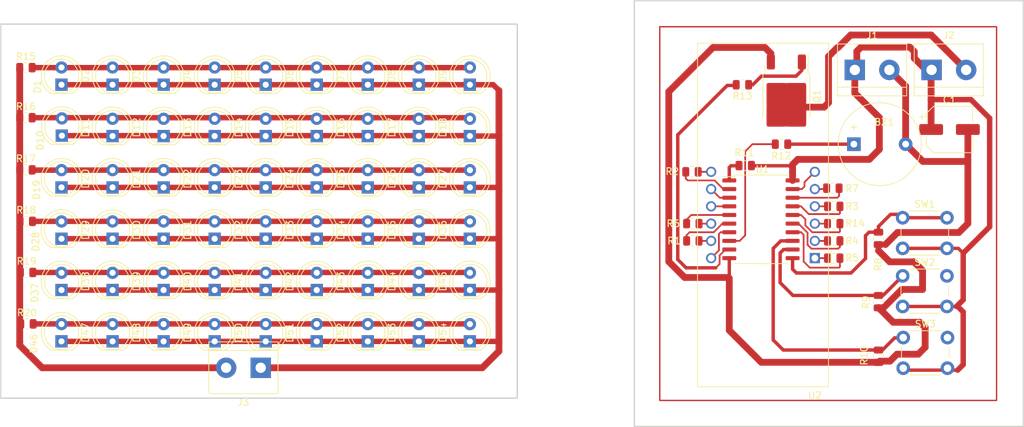
<source format=kicad_pcb>
(kicad_pcb (version 20221018) (generator pcbnew)
  (layers (0 "F.Cu" signal) (31 "B.Cu" signal) (34 "B.Paste" user) (35 "F.Paste" user) (36 "B.SilkS" user "B.Silkscreen") (37 "F.SilkS" user "F.Silkscreen") (38 "B.Mask" user) (39 "F.Mask" user) (44 "Edge.Cuts" user))
  (net 0 "")
  (net 1 "Net-(BZ1--)")
  (net 2 "GND")
  (net 3 "+5V")
  (net 4 "Net-(J2-Pin_2)")
  (net 5 "Net-(U2-a)")
  (net 6 "Net-(U1-PD0)")
  (net 7 "Net-(U2-b)")
  (net 8 "Net-(U1-PD1)")
  (net 9 "Net-(U2-c)")
  (net 10 "Net-(U1-PA1{slash}XTAL2)")
  (net 11 "Net-(U2-d)")
  (net 12 "Net-(U1-PA0{slash}XTAL1)")
  (net 13 "Net-(U2-e)")
  (net 14 "Net-(U1-PD2)")
  (net 15 "Net-(U2-f)")
  (net 16 "Net-(U1-PD3)")
  (net 17 "Net-(U2-g)")
  (net 18 "Net-(U1-PB3)")
  (net 19 "Net-(U1-PB4)")
  (net 20 "Net-(U1-PD5)")
  (net 21 "Net-(U1-PA2{slash}~{RESET})")
  (net 22 "Net-(U1-PB7)")
  (net 23 "Net-(U1-PB6)")
  (net 24 "Net-(U2-DPX)")
  (net 25 "Net-(U1-PB5)")
  (net 26 "Net-(U1-PD6)")
  (net 27 "Net-(U1-PB0)")
  (net 28 "Net-(U1-PB1)")
  (net 29 "Net-(U1-PB2)")
  (net 30 "Net-(Q1-G)")
  (net 31 "Net-(U1-PD4)")
  (net 32 "Net-(D1-K)")
  (net 33 "Net-(D1-A)")
  (net 34 "Net-(J3-Pin_2)")
  (net 35 "Net-(D10-A)")
  (net 36 "Net-(D19-A)")
  (net 37 "Net-(D28-A)")
  (net 38 "Net-(D37-A)")
  (net 39 "Net-(D46-A)")
  (footprint "LED_THT:LED_D5.0mm" (layer "F.Cu") (at 170.7072 72.6 90)
    (fp_text reference "D27")
    (fp_text value "LED")
  )
  (footprint "LED_THT:LED_D5.0mm" (layer "F.Cu") (at 140.7072 95.25 90)
    (fp_text reference "D50")
    (fp_text value "LED")
  )
  (footprint "LED_THT:LED_D5.0mm" (layer "F.Cu") (at 163.2072 80.15 90)
    (fp_text reference "D35")
    (fp_text value "LED")
  )
  (footprint "LED_THT:LED_D5.0mm" (layer "F.Cu") (at 110.7632 64.9924 90)
    (fp_text reference "D10")
    (fp_text value "LED")
  )
  (footprint "Resistor_SMD:R_0805_2012Metric" (layer "F.Cu") (at 224.1605 80.4666)
    (fp_text reference "R4")
    (fp_text value "100")
  )
  (footprint "Resistor_SMD:R_0805_2012Metric" (layer "F.Cu") (at 230.736 80.0981 -90)
    (fp_text reference "R8")
    (fp_text value "2k")
  )
  (footprint "LED_THT:LED_D5.0mm" (layer "F.Cu") (at 118.2072 65.05 90)
    (fp_text reference "D11")
    (fp_text value "LED")
  )
  (footprint "Resistor_SMD:R_0805_2012Metric" (layer "F.Cu") (at 224.1605 75.3866)
    (fp_text reference "R3")
    (fp_text value "100")
  )
  (footprint "Button_Switch_THT:SW_PUSH_6mm" (layer "F.Cu") (at 234.3718 94.6906)
    (fp_text reference "SW3")
    (fp_text value "SW_Push")
  )
  (footprint "LED_THT:LED_D5.0mm" (layer "F.Cu") (at 140.7072 65.05 90)
    (fp_text reference "D14")
    (fp_text value "LED")
  )
  (footprint "LED_THT:LED_D5.0mm" (layer "F.Cu") (at 155.7072 95.25 90)
    (fp_text reference "D52")
    (fp_text value "LED")
  )
  (footprint "Resistor_SMD:R_0805_2012Metric" (layer "F.Cu") (at 203.4595 80.4666 180)
    (fp_text reference "R1")
    (fp_text value "100")
  )
  (footprint "LED_THT:LED_D5.0mm" (layer "F.Cu") (at 163.2072 65.05 90)
    (fp_text reference "D17")
    (fp_text value "LED")
  )
  (footprint "LED_THT:LED_D5.0mm" (layer "F.Cu") (at 110.7072 87.7 90)
    (fp_text reference "D37")
    (fp_text value "LED")
  )
  (footprint "LED_THT:LED_D5.0mm" (layer "F.Cu") (at 163.2072 57.5 90)
    (fp_text reference "D8")
    (fp_text value "LED")
  )
  (footprint "LED_THT:LED_D5.0mm" (layer "F.Cu") (at 163.2072 95.25 90)
    (fp_text reference "D53")
    (fp_text value "LED")
  )
  (footprint "LED_THT:LED_D5.0mm" (layer "F.Cu") (at 140.7072 87.7 90)
    (fp_text reference "D41")
    (fp_text value "LED")
  )
  (footprint "LED_THT:LED_D5.0mm" (layer "F.Cu") (at 110.7072 95.25 90)
    (fp_text reference "D46")
    (fp_text value "LED")
  )
  (footprint "LED_THT:LED_D5.0mm" (layer "F.Cu") (at 110.7072 80.15 90)
    (fp_text reference "D28")
    (fp_text value "LED")
  )
  (footprint "LED_THT:LED_D5.0mm" (layer "F.Cu") (at 155.7072 80.15 90)
    (fp_text reference "D34")
    (fp_text value "LED")
  )
  (footprint "LED_THT:LED_D5.0mm" (layer "F.Cu") (at 148.2072 95.25 90)
    (fp_text reference "D51")
    (fp_text value "LED")
  )
  (footprint "Resistor_SMD:R_0805_2012Metric" (layer "F.Cu") (at 224.0335 72.7196)
    (fp_text reference "R7")
    (fp_text value "100")
  )
  (footprint "Button_Switch_THT:SW_PUSH_6mm" (layer "F.Cu") (at 234.292 85.6136)
    (fp_text reference "SW2")
    (fp_text value "SW_Push")
  )
  (footprint "LED_THT:LED_D5.0mm" (layer "F.Cu") (at 148.2072 57.5 90)
    (fp_text reference "D6")
    (fp_text value "LED")
  )
  (footprint "LED_THT:LED_D5.0mm" (layer "F.Cu") (at 125.7072 72.6 90)
    (fp_text reference "D21")
    (fp_text value "LED")
  )
  (footprint "Resistor_SMD:R_0805_2012Metric" (layer "F.Cu") (at 230.736 89.4055 -90)
    (fp_text reference "R9")
    (fp_text value "2k")
  )
  (footprint "Resistor_SMD:R_0805_2012Metric" (layer "F.Cu") (at 216.4897 66.2426 180)
    (fp_text reference "R12")
    (fp_text value "2k")
  )
  (footprint "LED_THT:LED_D5.0mm" (layer "F.Cu") (at 110.7072 57.5 90)
    (fp_text reference "D1")
    (fp_text value "LED")
  )
  (footprint "Resistor_SMD:R_0805_2012Metric" (layer "F.Cu") (at 224.1605 77.9266)
    (fp_text reference "R14")
    (fp_text value "100")
  )
  (footprint "LED_THT:LED_D5.0mm" (layer "F.Cu") (at 133.2072 72.6 90)
    (fp_text reference "D22")
    (fp_text value "LED")
  )
  (footprint "LED_THT:LED_D5.0mm" (layer "F.Cu") (at 118.2072 95.25 90)
    (fp_text reference "D47")
    (fp_text value "LED")
  )
  (footprint "Buzzer_Beeper:Buzzer_12x9.5RM7.6" (layer "F.Cu") (at 227.125 66.2426)
    (fp_text reference "BZ1")
    (fp_text value "Buzzer")
  )
  (footprint "Resistor_SMD:R_0805_2012Metric" (layer "F.Cu") (at 105.6305 92.6784)
    (fp_text reference "R20")
    (fp_text value "22")
  )
  (footprint "Capacitor_SMD:CP_Elec_6.3x5.4_Nichicon" (layer "F.Cu") (at 241.169 64.0836)
    (fp_text reference "C1")
    (fp_text value "100u")
  )
  (footprint "LED_THT:LED_D5.0mm" (layer "F.Cu") (at 170.7072 65.05 90)
    (fp_text reference "D18")
    (fp_text value "LED")
  )
  (footprint "LED_THT:LED_D5.0mm" (layer "F.Cu") (at 125.7072 57.5 90)
    (fp_text reference "D3")
    (fp_text value "LED")
  )
  (footprint "Resistor_SMD:R_0805_2012Metric" (layer "F.Cu") (at 105.5289 77.5908)
    (fp_text reference "R18")
    (fp_text value "22")
  )
  (footprint "Package_TO_SOT_SMD:TO-252-2" (layer "F.Cu") (at 217.205 59.1922 -90)
    (fp_text reference "Q1")
    (fp_text value "AOD403")
  )
  (footprint "LED_THT:LED_D5.0mm" (layer "F.Cu") (at 110.7072 72.6 90)
    (fp_text reference "D19")
    (fp_text value "LED")
  )
  (footprint "Resistor_SMD:R_0805_2012Metric" (layer "F.Cu") (at 105.4819 54.9848)
    (fp_text reference "R15")
    (fp_text value "22")
  )
  (footprint "LED_THT:LED_D5.0mm" (layer "F.Cu") (at 140.7072 80.15 90)
    (fp_text reference "D32")
    (fp_text value "LED")
  )
  (footprint "LED_THT:LED_D5.0mm" (layer "F.Cu") (at 148.2072 65.05 90)
    (fp_text reference "D15")
    (fp_text value "LED")
  )
  (footprint "LED_THT:LED_D5.0mm" (layer "F.Cu") (at 170.7072 87.7 90)
    (fp_text reference "D45")
    (fp_text value "LED")
  )
  (footprint "LED_THT:LED_D5.0mm" (layer "F.Cu") (at 140.7072 72.6 90)
    (fp_text reference "D23")
    (fp_text value "LED")
  )
  (footprint "LED_THT:LED_D5.0mm" (layer "F.Cu") (at 170.7072 95.25 90)
    (fp_text reference "D54")
    (fp_text value "LED")
  )
  (footprint "LED_THT:LED_D5.0mm" (layer "F.Cu") (at 155.7072 57.5 90)
    (fp_text reference "D7")
    (fp_text value "LED")
  )
  (footprint "Resistor_SMD:R_0805_2012Metric" (layer "F.Cu") (at 211.1557 69.3922 180)
    (fp_text reference "R11")
    (fp_text value "2k")
  )
  (footprint "Resistor_SMD:R_0805_2012Metric" (layer "F.Cu") (at 203.4595 77.9266 180)
    (fp_text reference "R6")
    (fp_text value "100")
  )
  (footprint "LED_THT:LED_D5.0mm" (layer "F.Cu") (at 118.2072 87.7 90)
    (fp_text reference "D38")
    (fp_text value "LED")
  )
  (footprint "Display_7Segment:CC56-12YWA" (layer "F.Cu") (at 221.39 83.0066 180)
    (fp_text reference "U2")
    (fp_text value "CC56-12YWA")
  )
  (footprint "Resistor_SMD:R_0805_2012Metric" (layer "F.Cu") (at 105.4819 70.0216)
    (fp_text reference "R17")
    (fp_text value "22")
  )
  (footprint "LED_THT:LED_D5.0mm" (layer "F.Cu") (at 118.2072 80.15 90)
    (fp_text reference "D29")
    (fp_text value "LED")
  )
  (footprint "LED_THT:LED_D5.0mm" (layer "F.Cu") (at 170.7072 80.15 90)
    (fp_text reference "D36")
    (fp_text value "LED")
  )
  (footprint "LED_THT:LED_D5.0mm" (layer "F.Cu") (at 125.7072 87.7 90)
    (fp_text reference "D39")
    (fp_text value "LED")
  )
  (footprint "LED_THT:LED_D5.0mm" (layer "F.Cu") (at 155.7072 87.7 90)
    (fp_text reference "D43")
    (fp_text value "LED")
  )
  (footprint "LED_THT:LED_D5.0mm" (layer "F.Cu") (at 155.7072 72.6 90)
    (fp_text reference "D25")
    (fp_text value "LED")
  )
  (footprint "LED_THT:LED_D5.0mm" (layer "F.Cu") (at 155.7072 65.05 90)
    (fp_text reference "D16")
    (fp_text value "LED")
  )
  (footprint "LED_THT:LED_D5.0mm" (layer "F.Cu") (at 163.2072 87.7 90)
    (fp_text reference "D44")
    (fp_text value "LED")
  )
  (footprint "LED_THT:LED_D5.0mm" (layer "F.Cu") (at 133.2072 65.05 90)
    (fp_text reference "D13")
    (fp_text value "LED")
  )
  (footprint "LED_THT:LED_D5.0mm" (layer "F.Cu") (at 163.2072 72.6 90)
    (fp_text reference "D26")
    (fp_text value "LED")
  )
  (footprint "LED_THT:LED_D5.0mm" (layer "F.Cu") (at 125.7072 95.25 90)
    (fp_text reference "D48")
    (fp_text value "LED")
  )
  (footprint "LED_THT:LED_D5.0mm" (layer "F.Cu") (at 148.2072 72.6 90)
    (fp_text reference "D24")
    (fp_text value "LED")
  )
  (footprint "Resistor_SMD:R_0805_2012Metric" (layer "F.Cu") (at 224.1605 83.0066)
    (fp_text reference "R5")
    (fp_text value "100")
  )
  (footprint "LED_THT:LED_D5.0mm" (layer "F.Cu") (at 125.7072 65.05 90)
    (fp_text reference "D12")
    (fp_text value "LED")
  )
  (footprint "LED_THT:LED_D5.0mm" (layer "F.Cu") (at 125.7072 80.15 90)
    (fp_text reference "D30")
    (fp_text value "LED")
  )
  (footprint "LED_THT:LED_D5.0mm" (layer "F.Cu") (at 148.2072 80.15 90)
    (fp_text reference "D33")
    (fp_text value "LED")
  )
  (footprint "LED_THT:LED_D5.0mm" (layer "F.Cu") (at 133.2072 95.25 90)
    (fp_text reference "D49")
    (fp_text value "LED")
  )
  (footprint "Button_Switch_THT:SW_PUSH_6mm" (layer "F.Cu") (at 234.292 77.0636)
    (fp_text reference "SW1")
    (fp_text value "SW_Push")
  )
  (footprint "LED_THT:LED_D5.0mm" (layer "F.Cu") (at 118.2072 72.6 90)
    (fp_text reference "D20")
    (fp_text value "LED")
  )
  (footprint "LED_THT:LED_D5.0mm" (layer "F.Cu") (at 118.2072 57.5 90)
    (fp_text reference "D2")
    (fp_text value "LED")
  )
  (footprint "Resistor_SMD:R_0805_2012Metric" (layer "F.Cu") (at 105.5835 85.1092)
    (fp_text reference "R19")
    (fp_text value "22")
  )
  (footprint "Resistor_SMD:R_0805_2012Metric" (layer "F.Cu") (at 230.736 97.4338 -90)
    (fp_text reference "R10")
    (fp_text value "2k")
  )
  (footprint "Package_SO:SOIC-20W_7.5x12.8mm_P1.27mm" (layer "F.Cu") (at 213.467 77.2916)
    (fp_text reference "U1")
    (fp_text value "ATtiny2313A-S")
  )
  (footprint "LED_THT:LED_D5.0mm" (layer "F.Cu") (at 133.2072 80.15 90)
    (fp_text reference "D31")
    (fp_text value "LED")
  )
  (footprint "Resistor_SMD:R_0805_2012Metric" (layer "F.Cu") (at 210.7493 57.505 180)
    (fp_text reference "R13")
    (fp_text value "200")
  )
  (footprint "TerminalBlock:TerminalBlock_bornier-2_P5.08mm" (layer "F.Cu") (at 238.535 55.3206)
    (fp_text reference "J2")
    (fp_text value "UV LED ARRAY")
  )
  (footprint "LED_THT:LED_D5.0mm" (layer "F.Cu") (at 140.7072 57.5 90)
    (fp_text reference "D5")
    (fp_text value "LED")
  )
  (footprint "LED_THT:LED_D5.0mm" (layer "F.Cu") (at 133.2072 57.5 90)
    (fp_text reference "D4")
    (fp_text value "LED")
  )
  (footprint "Resistor_SMD:R_0805_2012Metric" (layer "F.Cu") (at 203.3325 70.3066 180)
    (fp_text reference "R2")
    (fp_text value "100")
  )
  (footprint "LED_THT:LED_D5.0mm" (layer "F.Cu") (at 170.7072 57.5 90)
    (fp_text reference "D9")
    (fp_text value "LED")
  )
  (footprint "LED_THT:LED_D5.0mm" (layer "F.Cu") (at 133.2072 87.7 90)
    (fp_text reference "D40")
    (fp_text value "LED")
  )
  (footprint "TerminalBlock:TerminalBlock_bornier-2_P5.08mm" (layer "F.Cu") (at 227.2574 55.3206)
    (fp_text reference "J1")
    (fp_text value "POWER")
  )
  (footprint "LED_THT:LED_D5.0mm" (layer "F.Cu") (at 148.2072 87.7 90)
    (fp_text reference "D42")
    (fp_text value "LED")
  )
  (footprint "TerminalBlock:TerminalBlock_bornier-2_P5.08mm" (layer "F.Cu") (at 139.9732 99.13 180)
    (fp_text reference "J3")
    (fp_text value "UV LED FIELD")
  )
  (footprint "Resistor_SMD:R_0805_2012Metric" (layer "F.Cu") (at 105.4819 62.3508)
    (fp_text reference "R16")
    (fp_text value "22")
  )
  (gr_rect (start 198.6062 48.9706) (end 248.0854 103.9362) (stroke (width 0.2)) (fill none) (layer "F.Cu"))
  (gr_rect (start 194.8688 45.1358) (end 252.0188 107.7722) (stroke (width 0.2)) (fill none) (layer "Edge.Cuts"))
  (gr_rect (start 101.7716 48.584) (end 177.6668 103.6004) (stroke (width 0.2)) (fill none) (layer "Edge.Cuts"))
  (segment (start 217.4022 66.2426) (end 227.125 66.2426) (width 0.5) (layer "F.Cu") (net 1))
  (segment (start 237.594 96.1236) (end 237.594 93.2026) (width 1) (layer "F.Cu") (net 2))
  (segment (start 242.547 79.2326) (end 233.53 79.2326) (width 1) (layer "F.Cu") (net 2))
  (segment (start 234.725 66.2426) (end 237.265 68.7826) (width 1) (layer "F.Cu") (net 2))
  (segment (start 208.817 93.6238) (end 208.817 85.953) (width 1) (layer "F.Cu") (net 2))
  (segment (start 208.817 85.953) (end 208.817 83.0066) (width 0.5) (layer "F.Cu") (net 2))
  (segment (start 199.927 58.521) (end 199.927 83.5146) (width 1) (layer "F.Cu") (net 2))
  (segment (start 230.91 98.1556) (end 232.4284 98.1556) (width 1) (layer "F.Cu") (net 2))
  (segment (start 230.736 90.2816) (end 231.498 90.2816) (width 0.25) (layer "F.Cu") (net 2))
  (segment (start 213.5228 98.3296) (end 208.817 93.6238) (width 1) (layer "F.Cu") (net 2))
  (segment (start 199.927 83.5146) (end 202.2638 85.8514) (width 1) (layer "F.Cu") (net 2))
  (segment (start 243.869 68.8334) (end 243.869 77.9106) (width 1) (layer "F.Cu") (net 2))
  (segment (start 230.736 98.3296) (end 230.91 98.1556) (width 0.25) (layer "F.Cu") (net 2))
  (segment (start 233.4444 97.1396) (end 236.578 97.1396) (width 1) (layer "F.Cu") (net 2))
  (segment (start 234.725 66.2426) (end 234.725 57.7082) (width 1) (layer "F.Cu") (net 2))
  (segment (start 237.265 68.7826) (end 243.8182 68.7826) (width 1) (layer "F.Cu") (net 2))
  (segment (start 202.2638 85.8514) (end 208.7154 85.8514) (width 1) (layer "F.Cu") (net 2))
  (segment (start 237.594 93.2026) (end 236.832 92.4406) (width 1) (layer "F.Cu") (net 2))
  (segment (start 236.578 97.1396) (end 237.594 96.1236) (width 1) (layer "F.Cu") (net 2))
  (segment (start 234.725 57.7082) (end 232.3374 55.3206) (width 1) (layer "F.Cu") (net 2))
  (segment (start 234.165 87.6146) (end 237.213 87.6146) (width 1) (layer "F.Cu") (net 2))
  (segment (start 232.387 83.5506) (end 230.736 81.8996) (width 1) (layer "F.Cu") (net 2))
  (segment (start 231.752 81.0106) (end 230.736 81.0106) (width 0.25) (layer "F.Cu") (net 2))
  (segment (start 243.869 64.0836) (end 243.869 68.8334) (width 1) (layer "F.Cu") (net 2))
  (segment (start 231.498 90.2816) (end 234.165 87.6146) (width 1) (layer "F.Cu") (net 2))
  (segment (start 214.925 52.8942) (end 214.0494 52.0186) (width 1) (layer "F.Cu") (net 2))
  (segment (start 230.736 81.8996) (end 230.736 81.0106) (width 0.25) (layer "F.Cu") (net 2))
  (segment (start 214.925 54.1522) (end 214.925 52.8942) (width 1) (layer "F.Cu") (net 2))
  (segment (start 235.943 83.5506) (end 232.387 83.5506) (width 1) (layer "F.Cu") (net 2))
  (segment (start 232.4284 98.1556) (end 233.4444 97.1396) (width 1) (layer "F.Cu") (net 2))
  (segment (start 243.8182 68.7826) (end 243.869 68.8334) (width 0.25) (layer "F.Cu") (net 2))
  (segment (start 214.0494 52.0186) (end 206.4294 52.0186) (width 1) (layer "F.Cu") (net 2))
  (segment (start 232.895 92.4406) (end 230.736 90.2816) (width 1) (layer "F.Cu") (net 2))
  (segment (start 243.869 77.9106) (end 242.547 79.2326) (width 1) (layer "F.Cu") (net 2))
  (segment (start 206.4294 52.0186) (end 199.927 58.521) (width 1) (layer "F.Cu") (net 2))
  (segment (start 230.736 98.3296) (end 213.5228 98.3296) (width 1) (layer "F.Cu") (net 2))
  (segment (start 237.213 87.6146) (end 237.213 84.8206) (width 1) (layer "F.Cu") (net 2))
  (segment (start 236.832 92.4406) (end 232.895 92.4406) (width 1) (layer "F.Cu") (net 2))
  (segment (start 208.7154 85.8514) (end 208.817 85.953) (width 0.25) (layer "F.Cu") (net 2))
  (segment (start 237.213 84.8206) (end 235.943 83.5506) (width 1) (layer "F.Cu") (net 2))
  (segment (start 233.53 79.2326) (end 231.752 81.0106) (width 1) (layer "F.Cu") (net 2))
  (segment (start 234.269 99.4806) (end 242.365 99.4806) (width 0.5) (layer "F.Cu") (net 3))
  (segment (start 230.8642 67.0046) (end 230.8642 62.331) (width 1) (layer "F.Cu") (net 3))
  (segment (start 218.117 69.2362) (end 218.8754 68.4778) (width 1) (layer "F.Cu") (net 3))
  (segment (start 238.469 59.6894) (end 238.469 55.3866) (width 1) (layer "F.Cu") (net 3))
  (segment (start 243.182 89.1386) (end 243.182 82.2806) (width 0.8) (layer "F.Cu") (net 3))
  (segment (start 218.8754 68.4778) (end 229.391 68.4778) (width 1) (layer "F.Cu") (net 3))
  (segment (start 244.3262 59.6894) (end 247.0694 62.4326) (width 0.8) (layer "F.Cu") (net 3))
  (segment (start 237.7222 55.3206) (end 235.995 53.5934) (width 1) (layer "F.Cu") (net 3))
  (segment (start 235.995 52.6282) (end 235.3346 51.9678) (width 1) (layer "F.Cu") (net 3))
  (segment (start 230.8642 62.331) (end 227.2574 58.7242) (width 1) (layer "F.Cu") (net 3))
  (segment (start 238.469 55.3866) (end 238.535 55.3206) (width 0.25) (layer "F.Cu") (net 3))
  (segment (start 247.0694 62.4326) (end 247.0694 78.3932) (width 0.8) (layer "F.Cu") (net 3))
  (segment (start 218.117 70.3066) (end 218.117 71.5766) (width 1) (layer "F.Cu") (net 3))
  (segment (start 235.3346 51.9678) (end 228.1718 51.9678) (width 1) (layer "F.Cu") (net 3))
  (segment (start 247.0694 78.3932) (end 243.182 82.2806) (width 0.8) (layer "F.Cu") (net 3))
  (segment (start 226.089 54.3046) (end 227.105 55.3206) (width 0.25) (layer "F.Cu") (net 3))
  (segment (start 227.2574 58.7242) (end 227.2574 55.3206) (width 1) (layer "F.Cu") (net 3))
  (segment (start 235.995 53.5934) (end 235.995 52.6282) (width 1) (layer "F.Cu") (net 3))
  (segment (start 218.117 70.0816) (end 218.117 70.3066) (width 0.25) (layer "F.Cu") (net 3))
  (segment (start 243.182 90.9166) (end 242.379 90.1136) (width 0.8) (layer "F.Cu") (net 3))
  (segment (start 242.465 81.5636) (end 240.792 81.5636) (width 0.25) (layer "F.Cu") (net 3))
  (segment (start 242.365 99.4806) (end 243.182 98.6636) (width 0.8) (layer "F.Cu") (net 3))
  (segment (start 218.117 70.3066) (end 218.117 69.2362) (width 1) (layer "F.Cu") (net 3))
  (segment (start 229.391 68.4778) (end 230.8642 67.0046) (width 1) (layer "F.Cu") (net 3))
  (segment (start 242.379 90.1136) (end 234.292 90.1136) (width 0.5) (layer "F.Cu") (net 3))
  (segment (start 238.469 59.6894) (end 244.3262 59.6894) (width 0.8) (layer "F.Cu") (net 3))
  (segment (start 234.292 81.5636) (end 240.792 81.5636) (width 0.5) (layer "F.Cu") (net 3))
  (segment (start 240.792 81.5636) (end 242.206213 81.5636) (width 0.5) (layer "F.Cu") (net 3))
  (segment (start 243.182 98.6636) (end 243.182 90.9166) (width 0.8) (layer "F.Cu") (net 3))
  (segment (start 228.1718 51.9678) (end 227.555 52.5846) (width 1) (layer "F.Cu") (net 3))
  (segment (start 242.207 90.1136) (end 243.182 89.1386) (width 0.8) (layer "F.Cu") (net 3))
  (segment (start 217.453 69.4176) (end 218.117 70.0816) (width 0.25) (layer "F.Cu") (net 3))
  (segment (start 243.182 82.2806) (end 242.465 81.5636) (width 0.5) (layer "F.Cu") (net 3))
  (segment (start 240.792 90.1136) (end 242.207 90.1136) (width 0.25) (layer "F.Cu") (net 3))
  (segment (start 238.469 64.0836) (end 238.469 59.6894) (width 1) (layer "F.Cu") (net 3))
  (segment (start 211.992 69.4176) (end 217.453 69.4176) (width 0.5) (layer "F.Cu") (net 3))
  (segment (start 227.555 52.5846) (end 227.555 55.3206) (width 1) (layer "F.Cu") (net 3))
  (segment (start 238.535 55.3206) (end 237.7222 55.3206) (width 0.25) (layer "F.Cu") (net 3))
  (segment (start 216.6402 60.797) (end 222.7462 60.797) (width 1) (layer "F.Cu") (net 4))
  (segment (start 222.7462 60.797) (end 223.3966 60.1466) (width 1) (layer "F.Cu") (net 4))
  (segment (start 224.7682 52.0694) (end 226.6478 50.1898) (width 1) (layer "F.Cu") (net 4))
  (segment (start 224.7174 52.0186) (end 224.7682 52.0694) (width 0.25) (layer "F.Cu") (net 4))
  (segment (start 238.4842 50.1898) (end 243.615 55.3206) (width 1) (layer "F.Cu") (net 4))
  (segment (start 226.6478 50.1898) (end 238.4842 50.1898) (width 1) (layer "F.Cu") (net 4))
  (segment (start 223.3966 60.1466) (end 223.3966 53.3394) (width 1) (layer "F.Cu") (net 4))
  (segment (start 223.3966 53.3394) (end 224.7174 52.0186) (width 1) (layer "F.Cu") (net 4))
  (segment (start 204.372 80.4666) (end 206.15 80.4666) (width 0.25) (layer "F.Cu") (net 5))
  (segment (start 202.721 71.5766) (end 202.42 71.2756) (width 0.25) (layer "F.Cu") (net 6))
  (segment (start 206.658 71.5766) (end 202.721 71.5766) (width 0.25) (layer "F.Cu") (net 6))
  (segment (start 208.915 72.8466) (end 207.928 72.8466) (width 0.25) (layer "F.Cu") (net 6))
  (segment (start 202.42 71.2756) (end 202.42 70.3066) (width 0.25) (layer "F.Cu") (net 6))
  (segment (start 207.928 72.8466) (end 206.658 71.5766) (width 0.25) (layer "F.Cu") (net 6))
  (segment (start 204.245 70.3066) (end 206.15 70.3066) (width 0.25) (layer "F.Cu") (net 7))
  (segment (start 208.915 74.1166) (end 207.42 74.1166) (width 0.25) (layer "F.Cu") (net 8))
  (segment (start 207.42 74.1166) (end 206.15 72.8466) (width 0.25) (layer "F.Cu") (net 8))
  (segment (start 221.39 75.3866) (end 223.248 75.3866) (width 0.25) (layer "F.Cu") (net 9))
  (segment (start 206.15 75.3866) (end 208.915 75.3866) (width 0.25) (layer "F.Cu") (net 10))
  (segment (start 221.39 80.4666) (end 223.248 80.4666) (width 0.25) (layer "F.Cu") (net 11))
  (segment (start 202.547 77.9266) (end 202.547 77.3386) (width 0.25) (layer "F.Cu") (net 12))
  (segment (start 202.547 77.3386) (end 203.229 76.6566) (width 0.25) (layer "F.Cu") (net 12))
  (segment (start 203.229 76.6566) (end 208.915 76.6566) (width 0.25) (layer "F.Cu") (net 12))
  (segment (start 221.39 83.0066) (end 223.248 83.0066) (width 0.25) (layer "F.Cu") (net 13))
  (segment (start 206.531 79.1966) (end 207.801 77.9266) (width 0.25) (layer "F.Cu") (net 14))
  (segment (start 207.801 77.9266) (end 208.915 77.9266) (width 0.25) (layer "F.Cu") (net 14))
  (segment (start 202.547 79.6246) (end 202.975 79.1966) (width 0.25) (layer "F.Cu") (net 14))
  (segment (start 202.547 80.4666) (end 202.547 79.6246) (width 0.25) (layer "F.Cu") (net 14))
  (segment (start 202.975 79.1966) (end 206.531 79.1966) (width 0.25) (layer "F.Cu") (net 14))
  (segment (start 204.372 77.9266) (end 206.15 77.9266) (width 0.25) (layer "F.Cu") (net 15))
  (segment (start 206.15 83.0066) (end 207.293 81.8636) (width 0.25) (layer "F.Cu") (net 16))
  (segment (start 207.547 79.1966) (end 208.915 79.1966) (width 0.25) (layer "F.Cu") (net 16))
  (segment (start 207.293 79.4506) (end 207.547 79.1966) (width 0.25) (layer "F.Cu") (net 16))
  (segment (start 207.293 81.8636) (end 207.293 79.4506) (width 0.25) (layer "F.Cu") (net 16))
  (segment (start 221.39 72.8466) (end 222.994 72.8466) (width 0.25) (layer "F.Cu") (net 17))
  (segment (start 222.994 72.8466) (end 223.121 72.7196) (width 0.25) (layer "F.Cu") (net 17))
  (segment (start 220.315 79.2646) (end 220.315 81.0426) (width 0.25) (layer "F.Cu") (net 18))
  (segment (start 220.882 81.6096) (end 224.819 81.6096) (width 0.25) (layer "F.Cu") (net 18))
  (segment (start 225.073 81.3556) (end 225.073 80.4666) (width 0.25) (layer "F.Cu") (net 18))
  (segment (start 224.819 81.6096) (end 225.073 81.3556) (width 0.25) (layer "F.Cu") (net 18))
  (segment (start 218.977 77.9266) (end 220.315 79.2646) (width 0.25) (layer "F.Cu") (net 18))
  (segment (start 218.215 77.9266) (end 218.977 77.9266) (width 0.25) (layer "F.Cu") (net 18))
  (segment (start 220.315 81.0426) (end 220.882 81.6096) (width 0.25) (layer "F.Cu") (net 18))
  (segment (start 219.993 77.2916) (end 219.993 78.1806) (width 0.25) (layer "F.Cu") (net 19))
  (segment (start 219.358 76.6566) (end 219.993 77.2916) (width 0.25) (layer "F.Cu") (net 19))
  (segment (start 224.946 79.1966) (end 225.073 79.0696) (width 0.25) (layer "F.Cu") (net 19))
  (segment (start 225.073 79.0696) (end 225.073 77.9266) (width 0.25) (layer "F.Cu") (net 19))
  (segment (start 221.009 79.1966) (end 224.946 79.1966) (width 0.25) (layer "F.Cu") (net 19))
  (segment (start 219.993 78.1806) (end 221.009 79.1966) (width 0.25) (layer "F.Cu") (net 19))
  (segment (start 218.215 76.6566) (end 219.358 76.6566) (width 0.25) (layer "F.Cu") (net 19))
  (segment (start 208.2582 81.7366) (end 207.3946 82.6002) (width 0.25) (layer "F.Cu") (net 20))
  (segment (start 207.3946 83.8702) (end 206.8358 84.429) (width 0.25) (layer "F.Cu") (net 20))
  (segment (start 202.467 84.429) (end 201.2478 83.2098) (width 0.5) (layer "F.Cu") (net 20))
  (segment (start 208.817 81.7366) (end 208.2582 81.7366) (width 0.25) (layer "F.Cu") (net 20))
  (segment (start 206.8358 84.429) (end 202.467 84.429) (width 0.5) (layer "F.Cu") (net 20))
  (segment (start 207.3946 82.6002) (end 207.3946 83.8702) (width 0.25) (layer "F.Cu") (net 20))
  (segment (start 201.2478 83.2098) (end 201.2478 64.871) (width 0.5) (layer "F.Cu") (net 20))
  (segment (start 208.5122 57.6066) (end 209.7822 57.6066) (width 0.5) (layer "F.Cu") (net 20))
  (segment (start 201.2478 64.871) (end 208.5122 57.6066) (width 0.5) (layer "F.Cu") (net 20))
  (segment (start 208.817 71.5766) (end 208.817 69.6716) (width 0.5) (layer "F.Cu") (net 21))
  (segment (start 209.071 69.4176) (end 210.167 69.4176) (width 0.5) (layer "F.Cu") (net 21))
  (segment (start 208.817 69.6716) (end 209.071 69.4176) (width 0.5) (layer "F.Cu") (net 21))
  (segment (start 219.866 72.4656) (end 219.866 71.8306) (width 0.25) (layer "F.Cu") (net 22))
  (segment (start 218.215 72.8466) (end 219.485 72.8466) (width 0.25) (layer "F.Cu") (net 22))
  (segment (start 221.39 70.5606) (end 221.39 70.4026) (width 0.25) (layer "F.Cu") (net 22))
  (segment (start 219.866 71.8306) (end 221.39 70.3066) (width 0.25) (layer "F.Cu") (net 22))
  (segment (start 219.485 72.8466) (end 219.866 72.4656) (width 0.25) (layer "F.Cu") (net 22))
  (segment (start 224.946 73.8626) (end 224.946 72.7196) (width 0.25) (layer "F.Cu") (net 23))
  (segment (start 224.692 74.1166) (end 224.946 73.8626) (width 0.25) (layer "F.Cu") (net 23))
  (segment (start 218.215 74.1166) (end 224.692 74.1166) (width 0.25) (layer "F.Cu") (net 23))
  (segment (start 221.39 77.9266) (end 223.248 77.9266) (width 0.25) (layer "F.Cu") (net 24))
  (segment (start 224.946 76.5296) (end 225.073 76.4026) (width 0.25) (layer "F.Cu") (net 25))
  (segment (start 219.358 75.3866) (end 220.501 76.5296) (width 0.25) (layer "F.Cu") (net 25))
  (segment (start 225.073 76.4026) (end 225.073 75.3866) (width 0.25) (layer "F.Cu") (net 25))
  (segment (start 218.215 75.3866) (end 219.358 75.3866) (width 0.25) (layer "F.Cu") (net 25))
  (segment (start 220.501 76.5296) (end 224.946 76.5296) (width 0.25) (layer "F.Cu") (net 25))
  (segment (start 240.792 77.0636) (end 234.292 77.0636) (width 0.5) (layer "F.Cu") (net 26))
  (segment (start 218.117 84.6358) (end 218.6722 85.191) (width 0.5) (layer "F.Cu") (net 26))
  (segment (start 226.6986 85.191) (end 228.8322 83.0574) (width 0.5) (layer "F.Cu") (net 26))
  (segment (start 230.736 79.1856) (end 230.736 78.3436) (width 0.5) (layer "F.Cu") (net 26))
  (segment (start 228.8322 83.0574) (end 228.8322 79.7046) (width 0.5) (layer "F.Cu") (net 26))
  (segment (start 228.8322 79.7046) (end 229.3512 79.1856) (width 0.5) (layer "F.Cu") (net 26))
  (segment (start 233.794 76.5656) (end 234.292 77.0636) (width 0.25) (layer "F.Cu") (net 26))
  (segment (start 218.6722 85.191) (end 226.6986 85.191) (width 0.5) (layer "F.Cu") (net 26))
  (segment (start 232.514 76.5656) (end 233.794 76.5656) (width 0.5) (layer "F.Cu") (net 26))
  (segment (start 229.3512 79.1856) (end 230.736 79.1856) (width 0.5) (layer "F.Cu") (net 26))
  (segment (start 230.736 78.3436) (end 232.514 76.5656) (width 0.5) (layer "F.Cu") (net 26))
  (segment (start 218.117 83.0066) (end 218.117 84.6358) (width 0.5) (layer "F.Cu") (net 26))
  (segment (start 216.7926 81.7366) (end 216.2846 82.2446) (width 0.5) (layer "F.Cu") (net 27))
  (segment (start 216.2846 82.2446) (end 216.2846 86.6134) (width 0.5) (layer "F.Cu") (net 27))
  (segment (start 216.2846 86.6134) (end 218.1642 88.493) (width 0.5) (layer "F.Cu") (net 27))
  (segment (start 230.736 88.493) (end 230.7724 88.4566) (width 0.25) (layer "F.Cu") (net 27))
  (segment (start 230.7724 88.4566) (end 231.449 88.4566) (width 0.25) (layer "F.Cu") (net 27))
  (segment (start 231.449 88.4566) (end 234.292 85.6136) (width 0.5) (layer "F.Cu") (net 27))
  (segment (start 218.117 81.7366) (end 216.7926 81.7366) (width 0.5) (layer "F.Cu") (net 27))
  (segment (start 218.1642 88.493) (end 230.736 88.493) (width 0.5) (layer "F.Cu") (net 27))
  (segment (start 216.7418 96.5194) (end 231.3214 96.5194) (width 0.5) (layer "F.Cu") (net 28))
  (segment (start 218.117 80.4666) (end 216.3862 80.4666) (width 0.5) (layer "F.Cu") (net 28))
  (segment (start 233.0994 94.7414) (end 234.0298 94.7414) (width 0.5) (layer "F.Cu") (net 28))
  (segment (start 215.2686 81.5842) (end 215.2686 95.0462) (width 0.5) (layer "F.Cu") (net 28))
  (segment (start 234.0298 94.7414) (end 234.269 94.9806) (width 0.25) (layer "F.Cu") (net 28))
  (segment (start 216.3862 80.4666) (end 215.2686 81.5842) (width 0.5) (layer "F.Cu") (net 28))
  (segment (start 215.2686 95.0462) (end 216.7418 96.5194) (width 0.5) (layer "F.Cu") (net 28))
  (segment (start 231.3214 96.5194) (end 233.0994 94.7414) (width 0.5) (layer "F.Cu") (net 28))
  (segment (start 219.739 79.5776) (end 219.739 83.5056) (width 0.25) (layer "F.Cu") (net 29))
  (segment (start 219.739 83.5056) (end 220.637 84.4036) (width 0.25) (layer "F.Cu") (net 29))
  (segment (start 218.215 79.1966) (end 219.358 79.1966) (width 0.25) (layer "F.Cu") (net 29))
  (segment (start 224.946 84.4036) (end 225.073 84.2766) (width 0.25) (layer "F.Cu") (net 29))
  (segment (start 220.637 84.4036) (end 224.946 84.4036) (width 0.25) (layer "F.Cu") (net 29))
  (segment (start 225.073 84.2766) (end 225.073 83.0066) (width 0.25) (layer "F.Cu") (net 29))
  (segment (start 219.358 79.1966) (end 219.739 79.5776) (width 0.25) (layer "F.Cu") (net 29))
  (segment (start 218.6214 56.235) (end 219.485 55.3714) (width 0.5) (layer "F.Cu") (net 30))
  (segment (start 211.6618 57.505) (end 212.2714 57.505) (width 0.5) (layer "F.Cu") (net 30))
  (segment (start 219.485 55.3714) (end 219.485 54.1522) (width 0.25) (layer "F.Cu") (net 30))
  (segment (start 213.5414 56.235) (end 218.6214 56.235) (width 0.5) (layer "F.Cu") (net 30))
  (segment (start 212.2714 57.505) (end 213.5414 56.235) (width 0.5) (layer "F.Cu") (net 30))
  (segment (start 211.1538 67.3094) (end 211.1538 79.6538) (width 0.25) (layer "F.Cu") (net 31))
  (segment (start 212.2206 66.2426) (end 211.1538 67.3094) (width 0.25) (layer "F.Cu") (net 31))
  (segment (start 215.5772 66.2426) (end 212.2206 66.2426) (width 0.25) (layer "F.Cu") (net 31))
  (segment (start 210.341 80.4666) (end 208.817 80.4666) (width 0.25) (layer "F.Cu") (net 31))
  (segment (start 211.1538 79.6538) (end 210.341 80.4666) (width 0.25) (layer "F.Cu") (net 31))
  (segment (start 110.7632 64.9924) (end 170.6496 64.9924) (width 0.8) (layer "F.Cu") (net 32))
  (segment (start 170.7072 57.5) (end 110.7072 57.5) (width 0.8) (layer "F.Cu") (net 32))
  (segment (start 170.7072 87.7) (end 174.8728 87.7) (width 0.8) (layer "F.Cu") (net 32))
  (segment (start 174.8728 87.7) (end 174.9744 87.5984) (width 0.8) (layer "F.Cu") (net 32))
  (segment (start 174.9044 95.25) (end 174.9744 95.32) (width 0.8) (layer "F.Cu") (net 32))
  (segment (start 174.6064 72.6) (end 174.9744 72.968) (width 0.8) (layer "F.Cu") (net 32))
  (segment (start 170.7072 72.6) (end 174.6064 72.6) (width 0.8) (layer "F.Cu") (net 32))
  (segment (start 170.9104 65.05) (end 174.8152 65.05) (width 0.8) (layer "F.Cu") (net 32))
  (segment (start 170.6496 64.9924) (end 170.7512 64.8908) (width 0.25) (layer "F.Cu") (net 32))
  (segment (start 170.7072 95.25) (end 174.9044 95.25) (width 0.8) (layer "F.Cu") (net 32))
  (segment (start 174.9744 96.6916) (end 172.536 99.13) (width 1) (layer "F.Cu") (net 32))
  (segment (start 170.7072 95.25) (end 110.7072 95.25) (width 0.8) (layer "F.Cu") (net 32))
  (segment (start 170.7072 80.15) (end 110.7072 80.15) (width 0.8) (layer "F.Cu") (net 32))
  (segment (start 170.6496 64.9924) (end 170.7072 65.05) (width 0.25) (layer "F.Cu") (net 32))
  (segment (start 170.7072 65.05) (end 174.8152 65.05) (width 0.25) (layer "F.Cu") (net 32))
  (segment (start 174.9744 58.3376) (end 174.9744 64.8908) (width 1) (layer "F.Cu") (net 32))
  (segment (start 174.892 80.15) (end 174.9744 80.2324) (width 0.8) (layer "F.Cu") (net 32))
  (segment (start 174.9744 95.32) (end 174.9744 96.6916) (width 1) (layer "F.Cu") (net 32))
  (segment (start 170.7072 80.15) (end 174.892 80.15) (width 0.8) (layer "F.Cu") (net 32))
  (segment (start 172.536 99.13) (end 139.9732 99.13) (width 1) (layer "F.Cu") (net 32))
  (segment (start 174.9744 80.2324) (end 174.9744 87.5984) (width 1) (layer "F.Cu") (net 32))
  (segment (start 174.1368 57.5) (end 174.9744 58.3376) (width 0.8) (layer "F.Cu") (net 32))
  (segment (start 170.7512 64.8908) (end 170.9104 65.05) (width 0.8) (layer "F.Cu") (net 32))
  (segment (start 170.7072 57.5) (end 174.1368 57.5) (width 0.8) (layer "F.Cu") (net 32))
  (segment (start 174.8152 65.05) (end 174.9744 64.8908) (width 0.25) (layer "F.Cu") (net 32))
  (segment (start 170.7072 87.7) (end 110.7072 87.7) (width 0.8) (layer "F.Cu") (net 32))
  (segment (start 174.9744 72.968) (end 174.9744 80.2324) (width 1) (layer "F.Cu") (net 32))
  (segment (start 174.9744 64.8908) (end 174.9744 72.968) (width 1) (layer "F.Cu") (net 32))
  (segment (start 170.7072 72.6) (end 110.7072 72.6) (width 0.8) (layer "F.Cu") (net 32))
  (segment (start 174.9744 87.5984) (end 174.9744 95.32) (width 1) (layer "F.Cu") (net 32))
  (segment (start 170.6824 54.9848) (end 170.7072 54.96) (width 0.25) (layer "F.Cu") (net 33))
  (segment (start 106.3944 54.9848) (end 170.6824 54.9848) (width 0.8) (layer "F.Cu") (net 33))
  (segment (start 104.5694 95.3162) (end 104.5694 54.9848) (width 1) (layer "F.Cu") (net 34))
  (segment (start 104.5694 95.3162) (end 104.5694 95.8318) (width 1) (layer "F.Cu") (net 34))
  (segment (start 107.8676 99.13) (end 134.8932 99.13) (width 1) (layer "F.Cu") (net 34))
  (segment (start 104.5694 95.8318) (end 107.8676 99.13) (width 1) (layer "F.Cu") (net 34))
  (segment (start 106.3944 62.3508) (end 170.548 62.3508) (width 0.8) (layer "F.Cu") (net 35))
  (segment (start 170.548 62.3508) (end 170.7072 62.51) (width 0.25) (layer "F.Cu") (net 35))
  (segment (start 106.4328 70.06) (end 106.3944 70.0216) (width 0.25) (layer "F.Cu") (net 36))
  (segment (start 170.7072 70.06) (end 106.4328 70.06) (width 0.8) (layer "F.Cu") (net 36))
  (segment (start 106.4414 77.5908) (end 170.688 77.5908) (width 0.8) (layer "F.Cu") (net 37))
  (segment (start 170.688 77.5908) (end 170.7072 77.61) (width 0.25) (layer "F.Cu") (net 37))
  (segment (start 170.6564 85.1092) (end 170.7072 85.16) (width 0.25) (layer "F.Cu") (net 38))
  (segment (start 106.496 85.1092) (end 170.6564 85.1092) (width 0.8) (layer "F.Cu") (net 38))
  (segment (start 170.6756 92.6784) (end 170.7072 92.71) (width 0.25) (layer "F.Cu") (net 39))
  (segment (start 106.543 92.6784) (end 170.6756 92.6784) (width 0.8) (layer "F.Cu") (net 39))
)
</source>
